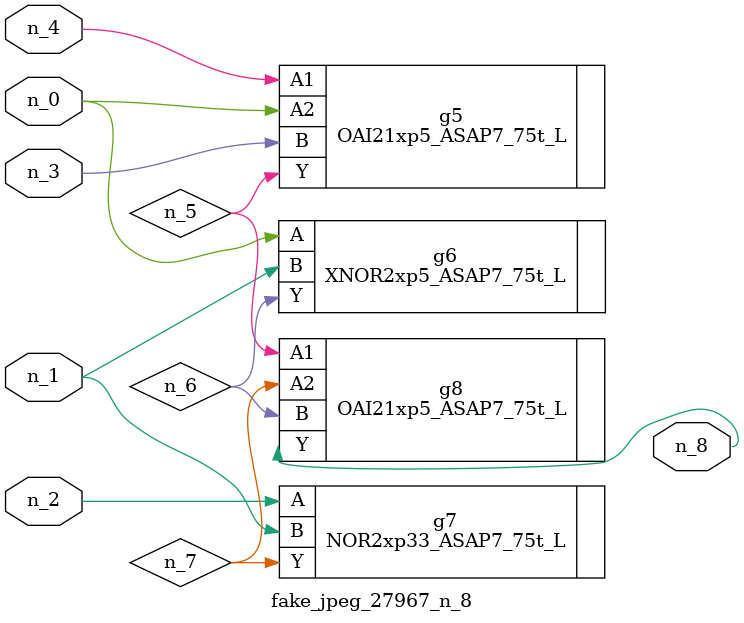
<source format=v>
module fake_jpeg_27967_n_8 (n_3, n_2, n_1, n_0, n_4, n_8);

input n_3;
input n_2;
input n_1;
input n_0;
input n_4;

output n_8;

wire n_6;
wire n_5;
wire n_7;

OAI21xp5_ASAP7_75t_L g5 ( 
.A1(n_4),
.A2(n_0),
.B(n_3),
.Y(n_5)
);

XNOR2xp5_ASAP7_75t_L g6 ( 
.A(n_0),
.B(n_1),
.Y(n_6)
);

NOR2xp33_ASAP7_75t_L g7 ( 
.A(n_2),
.B(n_1),
.Y(n_7)
);

OAI21xp5_ASAP7_75t_L g8 ( 
.A1(n_5),
.A2(n_7),
.B(n_6),
.Y(n_8)
);


endmodule
</source>
